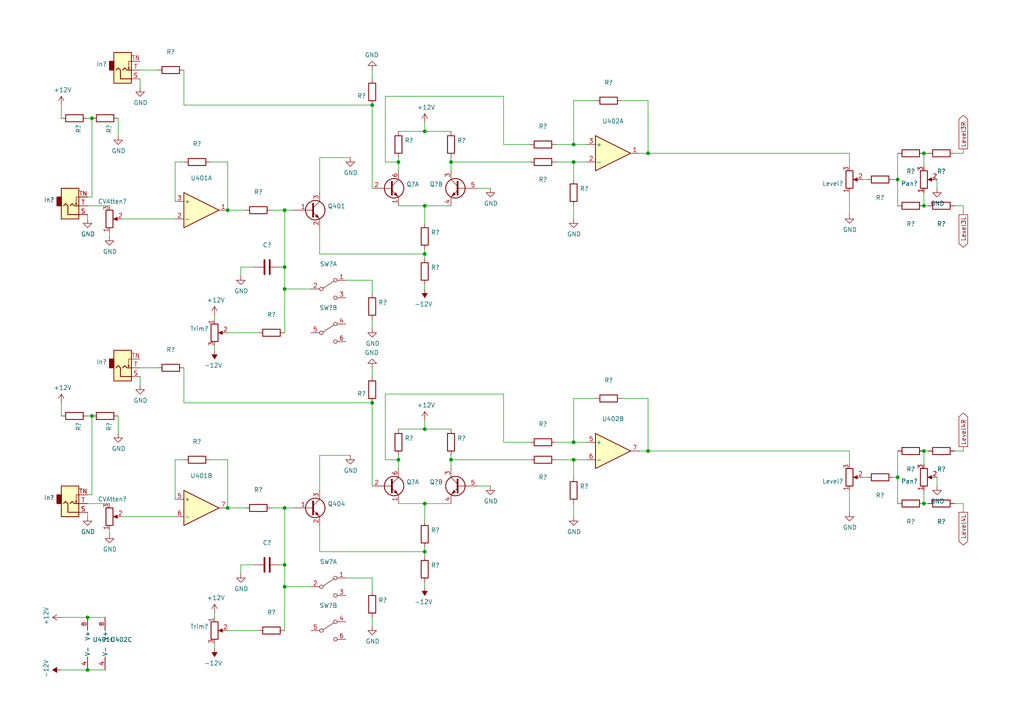
<source format=kicad_sch>
(kicad_sch (version 20211123) (generator eeschema)
  (paper "A4")
  (lib_symbols
    (symbol "Amplifier_Operational:TL072" (pin_names (offset 0.127))
      (property "Reference" "U" (at 0 5.08 0))
      (property "Value" "TL072" (at 0 -5.08 0))
      (symbol "TL072_1_1"
        (polyline (pts (xy -5.08 5.08) (xy 5.08 0) (xy -5.08 -5.08) (xy -5.08 5.08)) (stroke (width 0.254)) (fill (type background)))
        (pin output line (at 7.62 0 180) (length 2.54) (name "~") (number "1"))
        (pin input line (at -7.62 -2.54 0) (length 2.54) (name "-") (number "2"))
        (pin input line (at -7.62 2.54 0) (length 2.54) (name "+") (number "3"))
      )
      (symbol "TL072_2_1"
        (polyline (pts (xy -5.08 5.08) (xy 5.08 0) (xy -5.08 -5.08) (xy -5.08 5.08)) (stroke (width 0.254)) (fill (type background)))
        (pin input line (at -7.62 2.54 0) (length 2.54) (name "+") (number "5"))
        (pin input line (at -7.62 -2.54 0) (length 2.54) (name "-") (number "6"))
        (pin output line (at 7.62 0 180) (length 2.54) (name "~") (number "7"))
      )
      (symbol "TL072_3_1"
        (pin power_in line (at -2.54 -7.62 90) (length 3.81) (name "V-") (number "4"))
        (pin power_in line (at -2.54 7.62 270) (length 3.81) (name "V+") (number "8"))
      )
    )
    (symbol "Connector:AudioJack2_SwitchT"
      (property "Reference" "J" (at 0 8.89 0))
      (property "Value" "AudioJack2_SwitchT" (at 0 6.35 0))
      (symbol "AudioJack2_SwitchT_0_1"
        (rectangle (start -2.54 0) (end -3.81 -2.54) (stroke (width 0.254)) (fill (type outline)))
        (polyline (pts (xy 1.778 -0.254) (xy 2.032 -0.762)))
        (polyline (pts (xy 0 0) (xy 0.635 -0.635) (xy 1.27 0) (xy 2.54 0)) (stroke (width 0.254)))
        (polyline (pts (xy 2.54 -2.54) (xy 1.778 -2.54) (xy 1.778 -0.254) (xy 1.524 -0.762)))
        (polyline (pts (xy 2.54 2.54) (xy -0.635 2.54) (xy -0.635 0) (xy -1.27 -0.635) (xy -1.905 0)) (stroke (width 0.254)))
        (rectangle (start 2.54 3.81) (end -2.54 -5.08) (stroke (width 0.254)) (fill (type background)))
      )
      (symbol "AudioJack2_SwitchT_1_1"
        (pin passive line (at 5.08 2.54 180) (length 2.54) (name "~") (number "S"))
        (pin passive line (at 5.08 0 180) (length 2.54) (name "~") (number "T"))
        (pin passive line (at 5.08 -2.54 180) (length 2.54) (name "~") (number "TN"))
      )
    )
    (symbol "Device:C" (pin_numbers hide) (pin_names (offset 0.254))
      (property "Reference" "C" (at 0.635 2.54 0))
      (property "Value" "C" (at 0.635 -2.54 0))
      (symbol "C_0_1"
        (polyline (pts (xy -2.032 -0.762) (xy 2.032 -0.762)) (stroke (width 0.508)))
        (polyline (pts (xy -2.032 0.762) (xy 2.032 0.762)) (stroke (width 0.508)))
      )
      (symbol "C_1_1"
        (pin passive line (at 0 3.81 270) (length 2.794) (name "~") (number "1"))
        (pin passive line (at 0 -3.81 90) (length 2.794) (name "~") (number "2"))
      )
    )
    (symbol "Device:R" (pin_numbers hide) (pin_names (offset 0))
      (property "Reference" "R" (at 2.032 0 90))
      (property "Value" "R" (at 0 0 90))
      (symbol "R_0_1"
        (rectangle (start -1.016 -2.54) (end 1.016 2.54) (stroke (width 0.254)))
      )
      (symbol "R_1_1"
        (pin passive line (at 0 3.81 270) (length 1.27) (name "~") (number "1"))
        (pin passive line (at 0 -3.81 90) (length 1.27) (name "~") (number "2"))
      )
    )
    (symbol "Switch:SW_DPDT_x2" (pin_names (offset 0) hide)
      (property "Reference" "SW" (at 0 4.318 0))
      (property "Value" "SW_DPDT_x2" (at 0 -5.08 0))
      (symbol "SW_DPDT_x2_0_0"
        (circle (center -2.032 0) (radius 0.508))
        (circle (center 2.032 -2.54) (radius 0.508))
      )
      (symbol "SW_DPDT_x2_0_1"
        (polyline (pts (xy -1.524 0.254) (xy 1.651 2.286)))
        (circle (center 2.032 2.54) (radius 0.508))
      )
      (symbol "SW_DPDT_x2_1_1"
        (pin passive line (at 5.08 2.54 180) (length 2.54) (name "A") (number "1"))
        (pin passive line (at -5.08 0 0) (length 2.54) (name "B") (number "2"))
        (pin passive line (at 5.08 -2.54 180) (length 2.54) (name "C") (number "3"))
      )
      (symbol "SW_DPDT_x2_2_1"
        (pin passive line (at 5.08 2.54 180) (length 2.54) (name "A") (number "4"))
        (pin passive line (at -5.08 0 0) (length 2.54) (name "B") (number "5"))
        (pin passive line (at 5.08 -2.54 180) (length 2.54) (name "C") (number "6"))
      )
    )
    (symbol "Transistor_BJT:MBT3904DW1" (pin_names (offset 0) hide)
      (property "Reference" "Q" (at 5.08 1.27 0))
      (property "Value" "MBT3904DW1" (at 5.08 -1.27 0))
      (symbol "MBT3904DW1_0_1"
        (polyline (pts (xy 0.635 0) (xy -2.54 0)))
        (polyline (pts (xy 0.635 0.635) (xy 2.54 2.54)))
        (polyline (pts (xy 0.635 -0.635) (xy 2.54 -2.54) (xy 2.54 -2.54)))
        (polyline (pts (xy 0.635 1.905) (xy 0.635 -1.905) (xy 0.635 -1.905)) (stroke (width 0.508)))
        (polyline (pts (xy 1.27 -1.778) (xy 1.778 -1.27) (xy 2.286 -2.286) (xy 1.27 -1.778) (xy 1.27 -1.778)) (fill (type outline)))
        (circle (center 1.27 0) (radius 2.8194) (stroke (width 0.254)))
      )
      (symbol "MBT3904DW1_1_1"
        (pin passive line (at 2.54 -5.08 90) (length 2.54) (name "E1") (number "1"))
        (pin input line (at -5.08 0 0) (length 2.54) (name "B1") (number "2"))
        (pin passive line (at 2.54 5.08 270) (length 2.54) (name "C1") (number "6"))
      )
      (symbol "MBT3904DW1_2_1"
        (pin passive line (at 2.54 5.08 270) (length 2.54) (name "C2") (number "3"))
        (pin passive line (at 2.54 -5.08 90) (length 2.54) (name "E2") (number "4"))
        (pin input line (at -5.08 0 0) (length 2.54) (name "B2") (number "5"))
      )
    )
    (symbol "Transistor_BJT:MMBT3904" (pin_names (offset 0) hide)
      (property "Reference" "Q" (at 5.08 1.905 0))
      (property "Value" "MMBT3904" (at 5.08 0 0))
      (symbol "MMBT3904_0_1"
        (polyline (pts (xy 0.635 0.635) (xy 2.54 2.54)))
        (polyline (pts (xy 0.635 -0.635) (xy 2.54 -2.54) (xy 2.54 -2.54)))
        (polyline (pts (xy 0.635 1.905) (xy 0.635 -1.905) (xy 0.635 -1.905)) (stroke (width 0.508)))
        (polyline (pts (xy 1.27 -1.778) (xy 1.778 -1.27) (xy 2.286 -2.286) (xy 1.27 -1.778) (xy 1.27 -1.778)) (fill (type outline)))
        (circle (center 1.27 0) (radius 2.8194) (stroke (width 0.254)))
      )
      (symbol "MMBT3904_1_1"
        (pin input line (at -5.08 0 0) (length 5.715) (name "B") (number "1"))
        (pin passive line (at 2.54 -5.08 90) (length 2.54) (name "E") (number "2"))
        (pin passive line (at 2.54 5.08 270) (length 2.54) (name "C") (number "3"))
      )
    )
    (symbol "kassuVCA-rescue:R_POT-Device" (pin_names (offset 1.016) hide)
      (property "Reference" "RV" (at -4.445 0 90))
      (property "Value" "R_POT-Device" (at -2.54 0 90))
      (symbol "R_POT-Device_0_1"
        (polyline (pts (xy 2.54 0) (xy 1.524 0)))
        (polyline (pts (xy 1.143 0) (xy 2.286 0.508) (xy 2.286 -0.508) (xy 1.143 0)) (fill (type outline)))
        (rectangle (start 1.016 2.54) (end -1.016 -2.54) (stroke (width 0.254)))
      )
      (symbol "R_POT-Device_1_1"
        (pin passive line (at 0 3.81 270) (length 1.27) (name "1") (number "1"))
        (pin passive line (at 3.81 0 180) (length 1.27) (name "2") (number "2"))
        (pin passive line (at 0 -3.81 90) (length 1.27) (name "3") (number "3"))
      )
    )
    (symbol "power:+12V" (power) (pin_names (offset 0))
      (property "Value" "+12V" (at 0 3.556 0))
      (symbol "+12V_0_1"
        (polyline (pts (xy -0.762 1.27) (xy 0 2.54)))
        (polyline (pts (xy 0 0) (xy 0 2.54)))
        (polyline (pts (xy 0 2.54) (xy 0.762 1.27)))
      )
      (symbol "+12V_1_1"
        (pin power_in line (at 0 0 90) (length 0) hide (name "+12V") (number "1"))
      )
    )
    (symbol "power:-12V" (power) (pin_names (offset 0))
      (property "Value" "-12V" (at 0 3.81 0))
      (symbol "-12V_0_0"
        (pin power_in line (at 0 0 90) (length 0) hide (name "-12V") (number "1"))
      )
      (symbol "-12V_0_1"
        (polyline (pts (xy 0 0) (xy 0 1.27) (xy 0.762 1.27) (xy 0 2.54) (xy -0.762 1.27) (xy 0 1.27)) (fill (type outline)))
      )
    )
    (symbol "power:GND" (power) (pin_names (offset 0))
      (property "Value" "GND" (at 0 -3.81 0))
      (symbol "GND_0_1"
        (polyline (pts (xy 0 0) (xy 0 -1.27) (xy 1.27 -1.27) (xy 0 -2.54) (xy -1.27 -1.27) (xy 0 -1.27)))
      )
      (symbol "GND_1_1"
        (pin power_in line (at 0 0 270) (length 0) hide (name "GND") (number "1"))
      )
    )
  )
  (junction (at 187.96 130.81))
  (junction (at 82.55 147.32))
  (junction (at 123.19 38.1))
  (junction (at 26.67 120.65))
  (junction (at 267.97 44.45))
  (junction (at 267.97 130.81))
  (junction (at 107.95 116.84))
  (junction (at 82.55 163.83))
  (junction (at 66.04 60.96))
  (junction (at 123.19 146.05))
  (junction (at 82.55 83.82))
  (junction (at 267.97 146.05))
  (junction (at 123.19 73.66))
  (junction (at 166.37 133.35))
  (junction (at 123.19 160.02))
  (junction (at 115.57 133.35))
  (junction (at 82.55 77.47))
  (junction (at 82.55 170.18))
  (junction (at 25.4 179.07))
  (junction (at 115.57 46.99))
  (junction (at 166.37 46.99))
  (junction (at 107.95 30.48))
  (junction (at 260.35 52.07))
  (junction (at 130.81 46.99))
  (junction (at 26.67 34.29))
  (junction (at 123.19 124.46))
  (junction (at 187.96 44.45))
  (junction (at 166.37 128.27))
  (junction (at 267.97 59.69))
  (junction (at 82.55 60.96))
  (junction (at 123.19 59.69))
  (junction (at 260.35 138.43))
  (junction (at 66.04 147.32))
  (junction (at 25.4 194.31))
  (junction (at 166.37 41.91))
  (junction (at 130.81 133.35))
  (wire (pts (xy 246.38 44.45) (xy 246.38 48.26)))
  (wire (pts (xy 187.96 44.45) (xy 185.42 44.45)))
  (wire (pts (xy 115.57 38.1) (xy 123.19 38.1)))
  (wire (pts (xy 78.74 60.96) (xy 82.55 60.96)))
  (wire (pts (xy 69.85 80.01) (xy 69.85 77.47)))
  (wire (pts (xy 25.4 194.31) (xy 30.48 194.31)))
  (wire (pts (xy 92.71 45.72) (xy 101.6 45.72)))
  (wire (pts (xy 17.78 116.84) (xy 17.78 120.65)))
  (wire (pts (xy 123.19 83.82) (xy 123.19 82.55)))
  (wire (pts (xy 35.56 63.5) (xy 50.8 63.5)))
  (wire (pts (xy 267.97 44.45) (xy 267.97 48.26)))
  (wire (pts (xy 267.97 55.88) (xy 267.97 59.69)))
  (wire (pts (xy 26.67 34.29) (xy 26.67 57.15)))
  (wire (pts (xy 107.95 116.84) (xy 107.95 140.97)))
  (wire (pts (xy 123.19 121.92) (xy 123.19 124.46)))
  (wire (pts (xy 123.19 35.56) (xy 123.19 38.1)))
  (wire (pts (xy 82.55 83.82) (xy 82.55 96.52)))
  (wire (pts (xy 279.4 148.59) (xy 279.4 146.05)))
  (wire (pts (xy 267.97 130.81) (xy 267.97 134.62)))
  (wire (pts (xy 166.37 52.07) (xy 166.37 46.99)))
  (wire (pts (xy 166.37 41.91) (xy 170.18 41.91)))
  (wire (pts (xy 123.19 158.75) (xy 123.19 160.02)))
  (wire (pts (xy 146.05 114.3) (xy 146.05 128.27)))
  (wire (pts (xy 130.81 133.35) (xy 153.67 133.35)))
  (wire (pts (xy 90.17 83.82) (xy 82.55 83.82)))
  (wire (pts (xy 26.67 34.29) (xy 25.4 34.29)))
  (wire (pts (xy 31.75 59.69) (xy 25.4 59.69)))
  (wire (pts (xy 25.4 179.07) (xy 30.48 179.07)))
  (wire (pts (xy 62.23 101.6) (xy 62.23 100.33)))
  (wire (pts (xy 260.35 52.07) (xy 260.35 44.45)))
  (wire (pts (xy 115.57 59.69) (xy 123.19 59.69)))
  (wire (pts (xy 50.8 144.78) (xy 50.8 133.35)))
  (wire (pts (xy 25.4 62.23) (xy 25.4 63.5)))
  (wire (pts (xy 260.35 52.07) (xy 259.08 52.07)))
  (wire (pts (xy 115.57 133.35) (xy 111.76 133.35)))
  (wire (pts (xy 269.24 44.45) (xy 267.97 44.45)))
  (wire (pts (xy 123.19 59.69) (xy 130.81 59.69)))
  (wire (pts (xy 279.4 44.45) (xy 279.4 43.18)))
  (wire (pts (xy 123.19 170.18) (xy 123.19 168.91)))
  (wire (pts (xy 251.46 138.43) (xy 250.19 138.43)))
  (wire (pts (xy 180.34 115.57) (xy 187.96 115.57)))
  (wire (pts (xy 115.57 132.08) (xy 115.57 133.35)))
  (wire (pts (xy 82.55 147.32) (xy 85.09 147.32)))
  (wire (pts (xy 34.29 125.73) (xy 34.29 120.65)))
  (wire (pts (xy 187.96 29.21) (xy 187.96 44.45)))
  (wire (pts (xy 66.04 182.88) (xy 74.93 182.88)))
  (wire (pts (xy 279.4 59.69) (xy 276.86 59.69)))
  (wire (pts (xy 81.28 77.47) (xy 82.55 77.47)))
  (wire (pts (xy 92.71 160.02) (xy 123.19 160.02)))
  (wire (pts (xy 111.76 114.3) (xy 146.05 114.3)))
  (wire (pts (xy 276.86 44.45) (xy 279.4 44.45)))
  (wire (pts (xy 107.95 167.64) (xy 107.95 171.45)))
  (wire (pts (xy 166.37 128.27) (xy 170.18 128.27)))
  (wire (pts (xy 17.78 194.31) (xy 25.4 194.31)))
  (wire (pts (xy 260.35 59.69) (xy 260.35 52.07)))
  (wire (pts (xy 260.35 138.43) (xy 260.35 130.81)))
  (wire (pts (xy 53.34 30.48) (xy 53.34 20.32)))
  (wire (pts (xy 62.23 187.96) (xy 62.23 186.69)))
  (wire (pts (xy 66.04 46.99) (xy 66.04 60.96)))
  (wire (pts (xy 130.81 132.08) (xy 130.81 133.35)))
  (wire (pts (xy 123.19 38.1) (xy 130.81 38.1)))
  (wire (pts (xy 26.67 143.51) (xy 25.4 143.51)))
  (wire (pts (xy 187.96 130.81) (xy 185.42 130.81)))
  (wire (pts (xy 82.55 77.47) (xy 82.55 83.82)))
  (wire (pts (xy 187.96 44.45) (xy 246.38 44.45)))
  (wire (pts (xy 246.38 130.81) (xy 246.38 134.62)))
  (wire (pts (xy 71.12 147.32) (xy 66.04 147.32)))
  (wire (pts (xy 82.55 163.83) (xy 82.55 170.18)))
  (wire (pts (xy 107.95 181.61) (xy 107.95 179.07)))
  (wire (pts (xy 78.74 147.32) (xy 82.55 147.32)))
  (wire (pts (xy 271.78 52.07) (xy 271.78 54.61)))
  (wire (pts (xy 166.37 115.57) (xy 166.37 128.27)))
  (wire (pts (xy 172.72 115.57) (xy 166.37 115.57)))
  (wire (pts (xy 31.75 154.94) (xy 31.75 153.67)))
  (wire (pts (xy 81.28 163.83) (xy 82.55 163.83)))
  (wire (pts (xy 50.8 46.99) (xy 53.34 46.99)))
  (wire (pts (xy 53.34 116.84) (xy 53.34 106.68)))
  (wire (pts (xy 92.71 132.08) (xy 101.6 132.08)))
  (wire (pts (xy 25.4 148.59) (xy 25.4 149.86)))
  (wire (pts (xy 267.97 142.24) (xy 267.97 146.05)))
  (wire (pts (xy 107.95 95.25) (xy 107.95 92.71)))
  (wire (pts (xy 82.55 163.83) (xy 82.55 147.32)))
  (wire (pts (xy 166.37 46.99) (xy 170.18 46.99)))
  (wire (pts (xy 82.55 170.18) (xy 82.55 182.88)))
  (wire (pts (xy 107.95 20.32) (xy 107.95 22.86)))
  (wire (pts (xy 279.4 62.23) (xy 279.4 59.69)))
  (wire (pts (xy 17.78 179.07) (xy 25.4 179.07)))
  (wire (pts (xy 166.37 133.35) (xy 170.18 133.35)))
  (wire (pts (xy 50.8 58.42) (xy 50.8 46.99)))
  (wire (pts (xy 123.19 64.77) (xy 123.19 59.69)))
  (wire (pts (xy 107.95 116.84) (xy 53.34 116.84)))
  (wire (pts (xy 40.64 20.32) (xy 45.72 20.32)))
  (wire (pts (xy 26.67 57.15) (xy 25.4 57.15)))
  (wire (pts (xy 17.78 30.48) (xy 17.78 34.29)))
  (wire (pts (xy 66.04 96.52) (xy 74.93 96.52)))
  (wire (pts (xy 123.19 146.05) (xy 130.81 146.05)))
  (wire (pts (xy 180.34 29.21) (xy 187.96 29.21)))
  (wire (pts (xy 161.29 128.27) (xy 166.37 128.27)))
  (wire (pts (xy 166.37 138.43) (xy 166.37 133.35)))
  (wire (pts (xy 34.29 39.37) (xy 34.29 34.29)))
  (wire (pts (xy 90.17 170.18) (xy 82.55 170.18)))
  (wire (pts (xy 115.57 45.72) (xy 115.57 46.99)))
  (wire (pts (xy 35.56 149.86) (xy 50.8 149.86)))
  (wire (pts (xy 269.24 146.05) (xy 267.97 146.05)))
  (wire (pts (xy 115.57 146.05) (xy 123.19 146.05)))
  (wire (pts (xy 130.81 46.99) (xy 153.67 46.99)))
  (wire (pts (xy 50.8 133.35) (xy 53.34 133.35)))
  (wire (pts (xy 31.75 146.05) (xy 25.4 146.05)))
  (wire (pts (xy 166.37 63.5) (xy 166.37 59.69)))
  (wire (pts (xy 26.67 120.65) (xy 26.67 143.51)))
  (wire (pts (xy 271.78 138.43) (xy 271.78 140.97)))
  (wire (pts (xy 92.71 152.4) (xy 92.71 160.02)))
  (wire (pts (xy 161.29 41.91) (xy 166.37 41.91)))
  (wire (pts (xy 130.81 46.99) (xy 130.81 49.53)))
  (wire (pts (xy 111.76 27.94) (xy 146.05 27.94)))
  (wire (pts (xy 123.19 73.66) (xy 123.19 74.93)))
  (wire (pts (xy 187.96 130.81) (xy 246.38 130.81)))
  (wire (pts (xy 31.75 68.58) (xy 31.75 67.31)))
  (wire (pts (xy 66.04 133.35) (xy 66.04 147.32)))
  (wire (pts (xy 40.64 106.68) (xy 45.72 106.68)))
  (wire (pts (xy 279.4 130.81) (xy 279.4 129.54)))
  (wire (pts (xy 146.05 27.94) (xy 146.05 41.91)))
  (wire (pts (xy 123.19 124.46) (xy 130.81 124.46)))
  (wire (pts (xy 82.55 60.96) (xy 85.09 60.96)))
  (wire (pts (xy 40.64 111.76) (xy 40.64 109.22)))
  (wire (pts (xy 123.19 151.13) (xy 123.19 146.05)))
  (wire (pts (xy 82.55 77.47) (xy 82.55 60.96)))
  (wire (pts (xy 100.33 81.28) (xy 107.95 81.28)))
  (wire (pts (xy 69.85 163.83) (xy 73.66 163.83)))
  (wire (pts (xy 62.23 92.71) (xy 62.23 91.44)))
  (wire (pts (xy 246.38 148.59) (xy 246.38 142.24)))
  (wire (pts (xy 130.81 45.72) (xy 130.81 46.99)))
  (wire (pts (xy 260.35 138.43) (xy 259.08 138.43)))
  (wire (pts (xy 69.85 166.37) (xy 69.85 163.83)))
  (wire (pts (xy 69.85 77.47) (xy 73.66 77.47)))
  (wire (pts (xy 251.46 52.07) (xy 250.19 52.07)))
  (wire (pts (xy 146.05 128.27) (xy 153.67 128.27)))
  (wire (pts (xy 115.57 133.35) (xy 115.57 135.89)))
  (wire (pts (xy 107.95 30.48) (xy 107.95 54.61)))
  (wire (pts (xy 60.96 46.99) (xy 66.04 46.99)))
  (wire (pts (xy 138.43 54.61) (xy 142.24 54.61)))
  (wire (pts (xy 40.64 25.4) (xy 40.64 22.86)))
  (wire (pts (xy 115.57 46.99) (xy 115.57 49.53)))
  (wire (pts (xy 60.96 133.35) (xy 66.04 133.35)))
  (wire (pts (xy 246.38 62.23) (xy 246.38 55.88)))
  (wire (pts (xy 146.05 41.91) (xy 153.67 41.91)))
  (wire (pts (xy 115.57 46.99) (xy 111.76 46.99)))
  (wire (pts (xy 92.71 142.24) (xy 92.71 132.08)))
  (wire (pts (xy 269.24 130.81) (xy 267.97 130.81)))
  (wire (pts (xy 130.81 133.35) (xy 130.81 135.89)))
  (wire (pts (xy 123.19 160.02) (xy 123.19 161.29)))
  (wire (pts (xy 161.29 46.99) (xy 166.37 46.99)))
  (wire (pts (xy 26.67 120.65) (xy 25.4 120.65)))
  (wire (pts (xy 111.76 46.99) (xy 111.76 27.94)))
  (wire (pts (xy 62.23 179.07) (xy 62.23 177.8)))
  (wire (pts (xy 107.95 106.68) (xy 107.95 109.22)))
  (wire (pts (xy 172.72 29.21) (xy 166.37 29.21)))
  (wire (pts (xy 100.33 167.64) (xy 107.95 167.64)))
  (wire (pts (xy 276.86 130.81) (xy 279.4 130.81)))
  (wire (pts (xy 92.71 55.88) (xy 92.71 45.72)))
  (wire (pts (xy 187.96 115.57) (xy 187.96 130.81)))
  (wire (pts (xy 107.95 30.48) (xy 53.34 30.48)))
  (wire (pts (xy 111.76 133.35) (xy 111.76 114.3)))
  (wire (pts (xy 92.71 73.66) (xy 123.19 73.66)))
  (wire (pts (xy 115.57 124.46) (xy 123.19 124.46)))
  (wire (pts (xy 269.24 59.69) (xy 267.97 59.69)))
  (wire (pts (xy 92.71 66.04) (xy 92.71 73.66)))
  (wire (pts (xy 71.12 60.96) (xy 66.04 60.96)))
  (wire (pts (xy 107.95 81.28) (xy 107.95 85.09)))
  (wire (pts (xy 166.37 149.86) (xy 166.37 146.05)))
  (wire (pts (xy 138.43 140.97) (xy 142.24 140.97)))
  (wire (pts (xy 166.37 29.21) (xy 166.37 41.91)))
  (wire (pts (xy 161.29 133.35) (xy 166.37 133.35)))
  (wire (pts (xy 260.35 146.05) (xy 260.35 138.43)))
  (wire (pts (xy 123.19 72.39) (xy 123.19 73.66)))
  (wire (pts (xy 279.4 146.05) (xy 276.86 146.05)))
  (global_label "Level3L" (shape output) (at 279.4 62.23 270) (property "Intersheet References" "${INTERSHEET_REFS}" (effects hide)))
  (global_label "Level3R" (shape output) (at 279.4 43.18 90) (property "Intersheet References" "${INTERSHEET_REFS}" (effects hide)))
  (global_label "Level4L" (shape output) (at 279.4 148.59 270) (property "Intersheet References" "${INTERSHEET_REFS}" (effects hide)))
  (global_label "Level4R" (shape output) (at 279.4 129.54 90) (property "Intersheet References" "${INTERSHEET_REFS}" (effects hide)))
  (symbol (lib_id "kassuVCA-rescue:R_POT-Device") (at 62.23 96.52 0) (unit 1)
    (property "Reference" "Trim?" (at 60.4774 95.3516 0) (effects (justify right)))
  )
  (symbol (lib_id "Device:R") (at 157.48 41.91 270) (unit 1)
    (property "Reference" "R?" (at 157.48 36.6522 90))
  )
  (symbol (lib_id "Device:R") (at 157.48 46.99 270) (unit 1)
    (property "Reference" "R?" (at 157.48 52.07 90))
  )
  (symbol (lib_id "power:GND") (at 107.95 20.32 180) (unit 1)
    (property "Reference" "#PWR?" (effects hide))
  )
  (symbol (lib_id "Connector:AudioJack2_SwitchT") (at 35.56 20.32 0) (mirror x) (unit 1)
    (property "Reference" "In?" (at 31.0134 18.6182 0) (effects (justify right)))
  )
  (symbol (lib_id "power:GND") (at 31.75 68.58 0) (unit 1)
    (property "Reference" "#PWR?" (effects hide))
  )
  (symbol (lib_id "Device:R") (at 74.93 60.96 270) (unit 1)
    (property "Reference" "R?" (at 74.93 55.7022 90))
  )
  (symbol (lib_id "Device:R") (at 21.59 34.29 90) (unit 1)
    (property "Reference" "R?" (at 22.7584 36.068 0) (effects (justify right)))
  )
  (symbol (lib_id "Device:R") (at 30.48 34.29 90) (unit 1)
    (property "Reference" "R?" (at 31.6484 36.068 0) (effects (justify right)))
  )
  (symbol (lib_id "Device:R") (at 115.57 41.91 0) (unit 1)
    (property "Reference" "R?" (at 117.348 40.7416 0) (effects (justify left)))
  )
  (symbol (lib_id "power:+12V") (at 17.78 30.48 0) (unit 1)
    (property "Reference" "#PWR?" (effects hide))
  )
  (symbol (lib_id "Device:R") (at 49.53 20.32 270) (unit 1)
    (property "Reference" "R?" (at 49.53 15.0622 90))
  )
  (symbol (lib_id "Connector:AudioJack2_SwitchT") (at 20.32 59.69 0) (mirror x) (unit 1)
    (property "Reference" "In?" (at 15.7734 57.9882 0) (effects (justify right)))
  )
  (symbol (lib_id "power:GND") (at 107.95 95.25 0) (unit 1)
    (property "Reference" "#PWR?" (effects hide))
  )
  (symbol (lib_id "kassuVCA-rescue:R_POT-Device") (at 246.38 52.07 0) (mirror x) (unit 1)
    (property "Reference" "Level?" (at 244.6274 53.2384 0) (effects (justify right)))
  )
  (symbol (lib_id "Device:R") (at 255.27 52.07 90) (unit 1)
    (property "Reference" "R?" (at 255.27 57.3278 90))
  )
  (symbol (lib_id "power:GND") (at 271.78 54.61 0) (unit 1)
    (property "Reference" "#PWR?" (effects hide))
  )
  (symbol (lib_id "Device:R") (at 264.16 44.45 90) (unit 1)
    (property "Reference" "R?" (at 264.16 49.7078 90))
  )
  (symbol (lib_id "Device:R") (at 273.05 59.69 90) (unit 1)
    (property "Reference" "R?" (at 273.05 64.9478 90))
  )
  (symbol (lib_id "Device:R") (at 130.81 128.27 0) (unit 1)
    (property "Reference" "R?" (at 132.588 127.1016 0) (effects (justify left)))
  )
  (symbol (lib_id "Device:R") (at 123.19 154.94 0) (unit 1)
    (property "Reference" "R?" (at 124.968 153.7716 0) (effects (justify left)))
  )
  (symbol (lib_id "Device:R") (at 107.95 113.03 0) (unit 1)
    (property "Reference" "R?" (at 106.172 114.1984 0) (effects (justify right)))
  )
  (symbol (lib_id "power:+12V") (at 123.19 121.92 0) (unit 1)
    (property "Reference" "#PWR?" (effects hide))
  )
  (symbol (lib_id "power:GND") (at 40.64 111.76 0) (unit 1)
    (property "Reference" "#PWR?" (effects hide))
  )
  (symbol (lib_id "Device:R") (at 176.53 115.57 270) (unit 1)
    (property "Reference" "R?" (at 176.53 110.3122 90))
  )
  (symbol (lib_id "Device:R") (at 166.37 142.24 180) (unit 1)
    (property "Reference" "R?" (at 168.148 141.0716 0) (effects (justify right)))
  )
  (symbol (lib_id "power:GND") (at 166.37 149.86 0) (unit 1)
    (property "Reference" "#PWR?" (effects hide))
  )
  (symbol (lib_id "Device:R") (at 123.19 165.1 180) (unit 1)
    (property "Reference" "R?" (at 124.968 163.9316 0) (effects (justify right)))
  )
  (symbol (lib_id "power:GND") (at 101.6 132.08 0) (unit 1)
    (property "Reference" "#PWR?" (effects hide))
  )
  (symbol (lib_id "power:-12V") (at 123.19 170.18 180) (unit 1)
    (property "Reference" "#PWR?" (effects hide))
  )
  (symbol (lib_id "Device:R") (at 78.74 182.88 270) (unit 1)
    (property "Reference" "R?" (at 78.74 177.6222 90))
  )
  (symbol (lib_id "power:+12V") (at 62.23 177.8 0) (unit 1)
    (property "Reference" "#PWR?" (effects hide))
  )
  (symbol (lib_id "power:-12V") (at 62.23 187.96 180) (unit 1)
    (property "Reference" "#PWR?" (effects hide))
  )
  (symbol (lib_id "Transistor_BJT:MBT3904DW1") (at 113.03 140.97 0) (unit 1)
    (property "Reference" "Q?" (at 117.856 139.8016 0) (effects (justify left)))
    (property "Datasheet" "http://www.onsemi.com/pub_link/Collateral/MBT3904DW1T1-D.PDF" (effects hide))
  )
  (symbol (lib_id "Connector:AudioJack2_SwitchT") (at 20.32 146.05 0) (mirror x) (unit 1)
    (property "Reference" "In?" (at 15.7734 144.3482 0) (effects (justify right)))
  )
  (symbol (lib_id "power:GND") (at 25.4 149.86 0) (unit 1)
    (property "Reference" "#PWR?" (effects hide))
  )
  (symbol (lib_id "kassuVCA-rescue:R_POT-Device") (at 31.75 149.86 0) (mirror x) (unit 1)
    (property "Reference" "CVAtten?" (at 36.83 144.78 0) (effects (justify right)))
  )
  (symbol (lib_id "power:GND") (at 31.75 154.94 0) (unit 1)
    (property "Reference" "#PWR?" (effects hide))
  )
  (symbol (lib_id "power:+12V") (at 17.78 116.84 0) (unit 1)
    (property "Reference" "#PWR?" (effects hide))
  )
  (symbol (lib_id "kassuVCA-rescue:R_POT-Device") (at 246.38 138.43 0) (mirror x) (unit 1)
    (property "Reference" "Level?" (at 244.6274 139.5984 0) (effects (justify right)))
  )
  (symbol (lib_id "power:GND") (at 246.38 148.59 0) (unit 1)
    (property "Reference" "#PWR?" (effects hide))
  )
  (symbol (lib_id "Switch:SW_DPDT_x2") (at 95.25 170.18 0) (unit 1)
    (property "Reference" "SW?" (at 95.25 162.941 0))
  )
  (symbol (lib_id "Switch:SW_DPDT_x2") (at 95.25 182.88 0) (unit 2)
    (property "Reference" "SW?" (at 95.25 175.641 0))
  )
  (symbol (lib_id "power:GND") (at 271.78 140.97 0) (unit 1)
    (property "Reference" "#PWR?" (effects hide))
  )
  (symbol (lib_id "Device:R") (at 264.16 146.05 90) (unit 1)
    (property "Reference" "R?" (at 264.16 151.3078 90))
  )
  (symbol (lib_id "Device:R") (at 264.16 130.81 90) (unit 1)
    (property "Reference" "R?" (at 264.16 136.0678 90))
  )
  (symbol (lib_id "Device:R") (at 273.05 130.81 90) (unit 1)
    (property "Reference" "R?" (at 273.05 136.0678 90))
  )
  (symbol (lib_id "Device:R") (at 273.05 146.05 90) (unit 1)
    (property "Reference" "R?" (at 273.05 151.3078 90))
  )
  (symbol (lib_id "Device:R") (at 130.81 41.91 0) (unit 1)
    (property "Reference" "R?" (at 132.588 40.7416 0) (effects (justify left)))
  )
  (symbol (lib_id "power:GND") (at 40.64 25.4 0) (unit 1)
    (property "Reference" "#PWR?" (effects hide))
  )
  (symbol (lib_id "Device:R") (at 166.37 55.88 180) (unit 1)
    (property "Reference" "R?" (at 168.148 54.7116 0) (effects (justify right)))
  )
  (symbol (lib_id "power:-12V") (at 62.23 101.6 180) (unit 1)
    (property "Reference" "#PWR?" (effects hide))
  )
  (symbol (lib_id "kassuVCA-rescue:R_POT-Device") (at 31.75 63.5 0) (mirror x) (unit 1)
    (property "Reference" "CVAtten?" (at 36.83 58.42 0) (effects (justify right)))
  )
  (symbol (lib_id "power:GND") (at 34.29 39.37 0) (unit 1)
    (property "Reference" "#PWR?" (effects hide))
  )
  (symbol (lib_id "Device:R") (at 107.95 26.67 0) (unit 1)
    (property "Reference" "R?" (at 106.172 27.8384 0) (effects (justify right)))
  )
  (symbol (lib_id "power:+12V") (at 123.19 35.56 0) (unit 1)
    (property "Reference" "#PWR?" (effects hide))
  )
  (symbol (lib_id "power:GND") (at 142.24 54.61 0) (unit 1)
    (property "Reference" "#PWR?" (effects hide))
  )
  (symbol (lib_id "Device:R") (at 176.53 29.21 270) (unit 1)
    (property "Reference" "R?" (at 176.53 23.9522 90))
  )
  (symbol (lib_id "power:GND") (at 166.37 63.5 0) (unit 1)
    (property "Reference" "#PWR?" (effects hide))
  )
  (symbol (lib_id "Device:R") (at 123.19 78.74 180) (unit 1)
    (property "Reference" "R?" (at 124.968 77.5716 0) (effects (justify right)))
  )
  (symbol (lib_id "power:GND") (at 101.6 45.72 0) (unit 1)
    (property "Reference" "#PWR?" (effects hide))
  )
  (symbol (lib_id "power:-12V") (at 123.19 83.82 180) (unit 1)
    (property "Reference" "#PWR?" (effects hide))
  )
  (symbol (lib_id "Device:R") (at 78.74 96.52 270) (unit 1)
    (property "Reference" "R?" (at 78.74 91.2622 90))
  )
  (symbol (lib_id "power:+12V") (at 62.23 91.44 0) (unit 1)
    (property "Reference" "#PWR?" (effects hide))
  )
  (symbol (lib_id "Transistor_BJT:MBT3904DW1") (at 113.03 54.61 0) (unit 1)
    (property "Reference" "Q?" (at 117.856 53.4416 0) (effects (justify left)))
    (property "Datasheet" "http://www.onsemi.com/pub_link/Collateral/MBT3904DW1T1-D.PDF" (effects hide))
  )
  (symbol (lib_id "Transistor_BJT:MBT3904DW1") (at 133.35 54.61 0) (mirror y) (unit 2)
    (property "Reference" "Q?" (at 128.4986 53.4416 0) (effects (justify left)))
    (property "Datasheet" "http://www.onsemi.com/pub_link/Collateral/MBT3904DW1T1-D.PDF" (effects hide))
  )
  (symbol (lib_id "Device:C") (at 77.47 77.47 270) (unit 1)
    (property "Reference" "C?" (at 77.47 71.0692 90))
  )
  (symbol (lib_id "power:GND") (at 69.85 80.01 0) (unit 1)
    (property "Reference" "#PWR?" (effects hide))
  )
  (symbol (lib_id "Device:R") (at 107.95 88.9 180) (unit 1)
    (property "Reference" "R?" (at 109.728 87.7316 0) (effects (justify right)))
  )
  (symbol (lib_id "power:GND") (at 246.38 62.23 0) (unit 1)
    (property "Reference" "#PWR?" (effects hide))
  )
  (symbol (lib_id "Switch:SW_DPDT_x2") (at 95.25 83.82 0) (unit 1)
    (property "Reference" "SW?" (at 95.25 76.581 0))
  )
  (symbol (lib_id "Switch:SW_DPDT_x2") (at 95.25 96.52 0) (unit 2)
    (property "Reference" "SW?" (at 95.25 89.281 0))
  )
  (symbol (lib_id "Device:R") (at 123.19 68.58 0) (unit 1)
    (property "Reference" "R?" (at 124.968 67.4116 0) (effects (justify left)))
  )
  (symbol (lib_id "power:GND") (at 25.4 63.5 0) (unit 1)
    (property "Reference" "#PWR?" (effects hide))
  )
  (symbol (lib_id "Device:R") (at 57.15 46.99 270) (unit 1)
    (property "Reference" "R?" (at 57.15 41.7322 90))
  )
  (symbol (lib_id "kassuVCA-rescue:R_POT-Device") (at 267.97 52.07 0) (mirror x) (unit 1)
    (property "Reference" "Pan?" (at 266.2174 53.2384 0) (effects (justify right)))
  )
  (symbol (lib_id "Device:R") (at 264.16 59.69 90) (unit 1)
    (property "Reference" "R?" (at 264.16 64.9478 90))
  )
  (symbol (lib_id "Device:R") (at 273.05 44.45 90) (unit 1)
    (property "Reference" "R?" (at 273.05 49.7078 90))
  )
  (symbol (lib_id "Device:R") (at 115.57 128.27 0) (unit 1)
    (property "Reference" "R?" (at 117.348 127.1016 0) (effects (justify left)))
  )
  (symbol (lib_id "kassuVCA-rescue:R_POT-Device") (at 62.23 182.88 0) (unit 1)
    (property "Reference" "Trim?" (at 60.4774 181.7116 0) (effects (justify right)))
  )
  (symbol (lib_id "Device:R") (at 49.53 106.68 270) (unit 1)
    (property "Reference" "R?" (at 49.53 101.4222 90))
  )
  (symbol (lib_id "power:GND") (at 142.24 140.97 0) (unit 1)
    (property "Reference" "#PWR?" (effects hide))
  )
  (symbol (lib_id "Device:R") (at 157.48 128.27 270) (unit 1)
    (property "Reference" "R?" (at 157.48 123.0122 90))
  )
  (symbol (lib_id "Device:R") (at 157.48 133.35 270) (unit 1)
    (property "Reference" "R?" (at 157.48 138.43 90))
  )
  (symbol (lib_id "power:GND") (at 107.95 106.68 180) (unit 1)
    (property "Reference" "#PWR?" (effects hide))
  )
  (symbol (lib_id "Connector:AudioJack2_SwitchT") (at 35.56 106.68 0) (mirror x) (unit 1)
    (property "Reference" "In?" (at 31.0134 104.9782 0) (effects (justify right)))
  )
  (symbol (lib_id "Transistor_BJT:MBT3904DW1") (at 133.35 140.97 0) (mirror y) (unit 2)
    (property "Reference" "Q?" (at 128.4986 139.8016 0) (effects (justify left)))
    (property "Datasheet" "http://www.onsemi.com/pub_link/Collateral/MBT3904DW1T1-D.PDF" (effects hide))
  )
  (symbol (lib_id "Device:R") (at 57.15 133.35 270) (unit 1)
    (property "Reference" "R?" (at 57.15 128.0922 90))
  )
  (symbol (lib_id "Device:R") (at 74.93 147.32 270) (unit 1)
    (property "Reference" "R?" (at 74.93 142.0622 90))
  )
  (symbol (lib_id "Device:R") (at 21.59 120.65 90) (unit 1)
    (property "Reference" "R?" (at 22.7584 122.428 0) (effects (justify right)))
  )
  (symbol (lib_id "Device:R") (at 30.48 120.65 90) (unit 1)
    (property "Reference" "R?" (at 31.6484 122.428 0) (effects (justify right)))
  )
  (symbol (lib_id "power:GND") (at 34.29 125.73 0) (unit 1)
    (property "Reference" "#PWR?" (effects hide))
  )
  (symbol (lib_id "Device:C") (at 77.47 163.83 270) (unit 1)
    (property "Reference" "C?" (at 77.47 157.4292 90))
  )
  (symbol (lib_id "power:GND") (at 69.85 166.37 0) (unit 1)
    (property "Reference" "#PWR?" (effects hide))
  )
  (symbol (lib_id "Device:R") (at 107.95 175.26 180) (unit 1)
    (property "Reference" "R?" (at 109.728 174.0916 0) (effects (justify right)))
  )
  (symbol (lib_id "power:GND") (at 107.95 181.61 0) (unit 1)
    (property "Reference" "#PWR?" (effects hide))
  )
  (symbol (lib_id "Device:R") (at 255.27 138.43 90) (unit 1)
    (property "Reference" "R?" (at 255.27 143.6878 90))
  )
  (symbol (lib_id "kassuVCA-rescue:R_POT-Device") (at 267.97 138.43 0) (mirror x) (unit 1)
    (property "Reference" "Pan?" (at 266.2174 139.5984 0) (effects (justify right)))
  )
  (symbol (lib_id "Transistor_BJT:MMBT3904") (at 90.17 60.96 0) (unit 1)
    (property "Reference" "Q401" (at 95.0214 59.7916 0) (effects (justify left)))
    (property "Datasheet" "https://www.onsemi.com/pub/Collateral/2N3903-D.PDF" (effects hide))
  )
  (symbol (lib_id "Amplifier_Operational:TL072") (at 58.42 147.32 0) (unit 2)
    (property "Reference" "U401" (at 58.42 137.9982 0))
    (property "Datasheet" "http://www.ti.com/lit/ds/symlink/tl071.pdf" (effects hide))
  )
  (symbol (lib_id "Amplifier_Operational:TL072") (at 33.02 186.69 0) (unit 3)
    (property "Reference" "U402" (at 31.9532 185.5216 0) (effects (justify left)))
    (property "Datasheet" "http://www.ti.com/lit/ds/symlink/tl071.pdf" (effects hide))
  )
  (symbol (lib_id "Amplifier_Operational:TL072") (at 177.8 44.45 0) (unit 1)
    (property "Reference" "U402" (at 177.8 35.1282 0))
    (property "Datasheet" "http://www.ti.com/lit/ds/symlink/tl071.pdf" (effects hide))
  )
  (symbol (lib_id "power:-12V") (at 17.78 194.31 90) (unit 1)
    (property "Reference" "#PWR?" (effects hide))
  )
  (symbol (lib_id "Transistor_BJT:MMBT3904") (at 90.17 147.32 0) (unit 1)
    (property "Reference" "Q404" (at 95.0214 146.1516 0) (effects (justify left)))
    (property "Datasheet" "https://www.onsemi.com/pub/Collateral/2N3903-D.PDF" (effects hide))
  )
  (symbol (lib_id "Amplifier_Operational:TL072") (at 58.42 60.96 0) (unit 1)
    (property "Reference" "U401" (at 58.42 51.6382 0))
    (property "Datasheet" "http://www.ti.com/lit/ds/symlink/tl071.pdf" (effects hide))
  )
  (symbol (lib_id "Amplifier_Operational:TL072") (at 177.8 130.81 0) (unit 2)
    (property "Reference" "U402" (at 177.8 121.4882 0))
    (property "Datasheet" "http://www.ti.com/lit/ds/symlink/tl071.pdf" (effects hide))
  )
  (symbol (lib_id "Amplifier_Operational:TL072") (at 27.94 186.69 0) (unit 3)
    (property "Reference" "U401" (at 26.8732 185.5216 0) (effects (justify left)))
    (property "Datasheet" "http://www.ti.com/lit/ds/symlink/tl071.pdf" (effects hide))
  )
  (symbol (lib_id "power:+12V") (at 17.78 179.07 90) (unit 1)
    (property "Reference" "#PWR?" (effects hide))
  )
)
</source>
